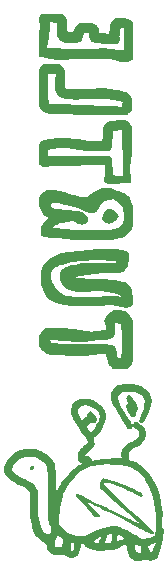
<source format=gbr>
%TF.GenerationSoftware,KiCad,Pcbnew,9.0.3-9.0.3-0~ubuntu24.04.1*%
%TF.CreationDate,2025-10-01T17:01:56-07:00*%
%TF.ProjectId,devboard,64657662-6f61-4726-942e-6b696361645f,rev?*%
%TF.SameCoordinates,Original*%
%TF.FileFunction,Legend,Bot*%
%TF.FilePolarity,Positive*%
%FSLAX46Y46*%
G04 Gerber Fmt 4.6, Leading zero omitted, Abs format (unit mm)*
G04 Created by KiCad (PCBNEW 9.0.3-9.0.3-0~ubuntu24.04.1) date 2025-10-01 17:01:56*
%MOMM*%
%LPD*%
G01*
G04 APERTURE LIST*
%ADD10C,0.000000*%
G04 APERTURE END LIST*
D10*
%TO.C,G\u002A\u002A\u002A*%
G36*
X155558093Y-99834168D02*
G01*
X155706682Y-99897156D01*
X155834461Y-99987988D01*
X155885413Y-100032717D01*
X155942017Y-100076373D01*
X155974119Y-100093257D01*
X155988431Y-100096271D01*
X156037825Y-100131963D01*
X156091173Y-100195098D01*
X156136190Y-100269489D01*
X156160590Y-100338947D01*
X156163772Y-100385504D01*
X156134904Y-100507740D01*
X156053556Y-100639551D01*
X155919659Y-100781065D01*
X155820259Y-100864161D01*
X155648583Y-100972070D01*
X155481147Y-101033244D01*
X155322251Y-101046358D01*
X155176199Y-101010087D01*
X155068866Y-100953068D01*
X154929108Y-100842241D01*
X154830595Y-100712304D01*
X154797238Y-100622918D01*
X154792000Y-100501899D01*
X154825128Y-100358807D01*
X154897476Y-100186934D01*
X154931887Y-100119462D01*
X155019661Y-99975988D01*
X155105787Y-99879444D01*
X155193938Y-99825347D01*
X155260240Y-99807404D01*
X155404133Y-99802944D01*
X155558093Y-99834168D01*
G37*
G36*
X150730063Y-87493067D02*
G01*
X150887950Y-87505540D01*
X151015274Y-87525633D01*
X151151718Y-87564839D01*
X151318120Y-87648358D01*
X151449459Y-87767166D01*
X151550450Y-87925924D01*
X151625808Y-88129295D01*
X151640799Y-88187995D01*
X151653122Y-88254639D01*
X151661706Y-88332372D01*
X151666999Y-88429679D01*
X151669446Y-88555043D01*
X151669492Y-88716949D01*
X151667584Y-88923879D01*
X151666134Y-89113116D01*
X151667107Y-89306266D01*
X151671250Y-89447020D01*
X151678582Y-89535962D01*
X151689123Y-89573676D01*
X151733255Y-89596662D01*
X151829461Y-89619027D01*
X151969689Y-89637122D01*
X152148950Y-89650854D01*
X152362256Y-89660134D01*
X152604619Y-89664870D01*
X152871049Y-89664972D01*
X153156559Y-89660348D01*
X153456159Y-89650907D01*
X153764862Y-89636559D01*
X154077678Y-89617213D01*
X154123497Y-89614009D01*
X154307782Y-89601272D01*
X154467306Y-89591252D01*
X154608524Y-89584498D01*
X154737893Y-89581555D01*
X154861871Y-89582971D01*
X154986913Y-89589293D01*
X155119478Y-89601068D01*
X155266021Y-89618842D01*
X155432999Y-89643163D01*
X155626870Y-89674577D01*
X155854089Y-89713632D01*
X156121114Y-89760874D01*
X156434402Y-89816851D01*
X156540119Y-89837606D01*
X156666729Y-89867179D01*
X156771541Y-89896794D01*
X156838995Y-89922392D01*
X156932033Y-89976201D01*
X157089076Y-90108885D01*
X157204813Y-90274927D01*
X157281271Y-90476869D01*
X157284076Y-90488357D01*
X157300447Y-90590664D01*
X157312217Y-90725882D01*
X157319176Y-90879658D01*
X157321114Y-91037639D01*
X157317820Y-91185471D01*
X157309084Y-91308803D01*
X157294697Y-91393279D01*
X157291652Y-91402617D01*
X157257293Y-91468957D01*
X157203411Y-91544559D01*
X157141775Y-91615634D01*
X157084151Y-91668391D01*
X157042308Y-91689042D01*
X157040063Y-91689251D01*
X157004417Y-91711779D01*
X156958592Y-91760145D01*
X156901896Y-91831249D01*
X156436931Y-91829868D01*
X155110801Y-91825928D01*
X154906090Y-91825220D01*
X154524794Y-91823463D01*
X154120343Y-91821112D01*
X153703692Y-91818256D01*
X153285797Y-91814983D01*
X152877611Y-91811381D01*
X152490091Y-91807537D01*
X152134190Y-91803540D01*
X151820865Y-91799478D01*
X150322024Y-91778349D01*
X150114922Y-91704622D01*
X150070981Y-91688036D01*
X149862210Y-91577843D01*
X149689020Y-91428039D01*
X149550758Y-91237946D01*
X149446775Y-91006883D01*
X149442998Y-90995512D01*
X149433376Y-90960246D01*
X149425296Y-90917044D01*
X149418620Y-90861348D01*
X149413213Y-90788598D01*
X149408940Y-90694234D01*
X149405665Y-90573698D01*
X149403251Y-90422428D01*
X149401564Y-90235867D01*
X149400468Y-90009455D01*
X149399827Y-89738631D01*
X149399561Y-89474811D01*
X150185284Y-89474811D01*
X150185756Y-89664245D01*
X150186756Y-89829912D01*
X150188230Y-89964372D01*
X150190122Y-90060183D01*
X150192378Y-90109906D01*
X150210149Y-90282921D01*
X150232577Y-90484143D01*
X150251966Y-90635194D01*
X150268568Y-90737979D01*
X150282633Y-90794403D01*
X150283283Y-90796107D01*
X150297814Y-90828919D01*
X150317194Y-90856100D01*
X150346293Y-90878251D01*
X150389977Y-90895976D01*
X150453115Y-90909876D01*
X150540574Y-90920556D01*
X150657223Y-90928616D01*
X150807929Y-90934660D01*
X150997559Y-90939290D01*
X151230983Y-90943109D01*
X151513067Y-90946720D01*
X151758615Y-90950294D01*
X152014497Y-90955219D01*
X152262991Y-90961130D01*
X152494870Y-90967760D01*
X152700903Y-90974846D01*
X152871865Y-90982122D01*
X152998525Y-90989325D01*
X153129338Y-90997639D01*
X153311722Y-91007796D01*
X153523941Y-91018535D01*
X153753668Y-91029260D01*
X153988575Y-91039374D01*
X154216334Y-91048280D01*
X154317663Y-91052022D01*
X154699782Y-91066352D01*
X155032396Y-91079239D01*
X155318719Y-91090839D01*
X155561967Y-91101307D01*
X155765353Y-91110798D01*
X155932092Y-91119470D01*
X156065398Y-91127476D01*
X156168486Y-91134974D01*
X156244570Y-91142119D01*
X156296864Y-91149065D01*
X156436931Y-91172370D01*
X156452172Y-91076069D01*
X156455052Y-91058571D01*
X156473083Y-90961804D01*
X156493974Y-90862762D01*
X156500994Y-90828903D01*
X156509941Y-90764300D01*
X156507457Y-90732676D01*
X156501664Y-90728965D01*
X156458053Y-90714775D01*
X156372605Y-90694929D01*
X156243096Y-90668996D01*
X156067303Y-90636544D01*
X155843001Y-90597143D01*
X155567967Y-90550359D01*
X155404991Y-90523160D01*
X155245038Y-90497626D01*
X155116226Y-90479549D01*
X155006693Y-90468000D01*
X154904578Y-90462046D01*
X154798020Y-90460758D01*
X154675158Y-90463205D01*
X154524131Y-90468457D01*
X154453651Y-90471238D01*
X154263944Y-90479792D01*
X154070334Y-90489809D01*
X153891955Y-90500262D01*
X153747946Y-90510123D01*
X153666742Y-90515192D01*
X153517671Y-90521619D01*
X153335230Y-90527204D01*
X153131062Y-90531657D01*
X152916808Y-90534689D01*
X152704110Y-90536013D01*
X152603707Y-90536117D01*
X152396388Y-90535535D01*
X152230583Y-90533407D01*
X152097812Y-90529280D01*
X151989591Y-90522700D01*
X151897438Y-90513211D01*
X151812873Y-90500361D01*
X151727412Y-90483694D01*
X151718006Y-90481692D01*
X151456328Y-90410144D01*
X151241366Y-90316428D01*
X151070051Y-90197877D01*
X150939315Y-90051822D01*
X150846089Y-89875597D01*
X150787303Y-89666534D01*
X150780277Y-89617459D01*
X150771690Y-89490351D01*
X150769065Y-89331432D01*
X150771896Y-89154689D01*
X150779678Y-88974110D01*
X150791906Y-88803681D01*
X150808074Y-88657389D01*
X150827677Y-88549222D01*
X150847733Y-88456702D01*
X150850243Y-88403576D01*
X150835213Y-88382145D01*
X150803281Y-88377532D01*
X150727518Y-88372228D01*
X150621073Y-88367397D01*
X150495996Y-88363693D01*
X150188199Y-88356797D01*
X150185604Y-89186513D01*
X150185394Y-89269051D01*
X150185284Y-89474811D01*
X149399561Y-89474811D01*
X149399505Y-89418838D01*
X149398631Y-87964967D01*
X149477032Y-87851014D01*
X149528610Y-87783434D01*
X149671986Y-87652196D01*
X149853636Y-87553756D01*
X149917560Y-87534471D01*
X150041670Y-87513358D01*
X150197415Y-87498360D01*
X150372356Y-87489778D01*
X150554051Y-87487913D01*
X150730063Y-87493067D01*
G37*
G36*
X156374044Y-108388021D02*
G01*
X156571750Y-108422245D01*
X156747650Y-108473762D01*
X156894620Y-108546064D01*
X157047704Y-108671875D01*
X157173394Y-108840677D01*
X157272861Y-109054107D01*
X157347274Y-109313805D01*
X157356150Y-109355774D01*
X157366358Y-109411400D01*
X157374865Y-109471245D01*
X157381827Y-109540242D01*
X157387396Y-109623322D01*
X157391727Y-109725415D01*
X157394973Y-109851452D01*
X157397289Y-110006364D01*
X157398828Y-110195082D01*
X157399745Y-110422538D01*
X157400193Y-110693661D01*
X157400327Y-111013383D01*
X157400260Y-111241254D01*
X157399680Y-111552009D01*
X157398242Y-111816771D01*
X157395628Y-112040118D01*
X157391524Y-112226623D01*
X157385612Y-112380863D01*
X157377576Y-112507413D01*
X157367100Y-112610847D01*
X157353869Y-112695742D01*
X157337564Y-112766672D01*
X157317871Y-112828213D01*
X157294473Y-112884940D01*
X157267054Y-112941428D01*
X157230898Y-113002005D01*
X157162645Y-113096435D01*
X157087427Y-113185151D01*
X156965805Y-113315174D01*
X156379537Y-113315174D01*
X156349524Y-113315174D01*
X155733243Y-113315174D01*
X155608914Y-113235392D01*
X155586862Y-113221031D01*
X155471009Y-113133790D01*
X155386694Y-113041768D01*
X155316985Y-112927082D01*
X155315692Y-112924552D01*
X155275400Y-112826904D01*
X155232750Y-112693843D01*
X155192312Y-112542426D01*
X155158655Y-112389710D01*
X155136347Y-112252752D01*
X155119324Y-112113723D01*
X154970401Y-112095117D01*
X154845344Y-112086240D01*
X154648476Y-112088668D01*
X154419606Y-112105716D01*
X154169403Y-112136527D01*
X153908536Y-112180247D01*
X153755284Y-112205288D01*
X153497886Y-112234865D01*
X153212371Y-112255946D01*
X152913468Y-112268007D01*
X152615902Y-112270529D01*
X152334400Y-112262988D01*
X152083690Y-112244865D01*
X152030197Y-112239906D01*
X151888608Y-112229364D01*
X151712152Y-112218641D01*
X151513291Y-112208402D01*
X151304490Y-112199317D01*
X151098209Y-112192053D01*
X150911729Y-112185957D01*
X150732425Y-112178698D01*
X150592723Y-112170817D01*
X150485051Y-112161644D01*
X150401836Y-112150512D01*
X150335506Y-112136751D01*
X150278489Y-112119694D01*
X150117027Y-112052065D01*
X149923642Y-111942512D01*
X149743135Y-111811281D01*
X149588854Y-111668267D01*
X149474150Y-111523370D01*
X149469897Y-111516663D01*
X149443586Y-111473262D01*
X149424708Y-111432888D01*
X149412029Y-111386114D01*
X149404316Y-111323515D01*
X149400335Y-111235664D01*
X149398851Y-111113136D01*
X149398631Y-110946503D01*
X149398631Y-110924757D01*
X150392581Y-110924757D01*
X150392815Y-110927813D01*
X150406991Y-111025983D01*
X150433700Y-111081651D01*
X150477778Y-111105049D01*
X150519262Y-111113196D01*
X150603978Y-111129834D01*
X150716549Y-111151944D01*
X150843942Y-111176966D01*
X150933541Y-111192536D01*
X151098471Y-111213545D01*
X151297368Y-111230808D01*
X151533015Y-111244417D01*
X151808193Y-111254466D01*
X152125684Y-111261047D01*
X152488270Y-111264252D01*
X152898732Y-111264175D01*
X153359853Y-111260909D01*
X153374590Y-111260763D01*
X153724772Y-111257259D01*
X154025996Y-111254289D01*
X154282659Y-111251966D01*
X154499158Y-111250403D01*
X154679892Y-111249715D01*
X154829259Y-111250015D01*
X154951657Y-111251418D01*
X155051482Y-111254036D01*
X155133134Y-111257984D01*
X155201010Y-111263376D01*
X155259507Y-111270325D01*
X155313024Y-111278945D01*
X155365959Y-111289350D01*
X155422709Y-111301653D01*
X155487672Y-111315970D01*
X155525891Y-111324437D01*
X155678913Y-111362993D01*
X155786551Y-111400801D01*
X155855342Y-111441487D01*
X155891822Y-111488675D01*
X155902530Y-111545989D01*
X155903280Y-111555268D01*
X155919992Y-111614477D01*
X155951765Y-111687468D01*
X155966495Y-111724428D01*
X155991903Y-111817031D01*
X156016171Y-111935917D01*
X156035592Y-112064416D01*
X156070182Y-112344791D01*
X156220148Y-112386531D01*
X156286311Y-112403741D01*
X156350872Y-112417338D01*
X156379537Y-112418848D01*
X156389307Y-112393948D01*
X156401945Y-112316479D01*
X156414071Y-112191349D01*
X156425469Y-112021898D01*
X156435923Y-111811467D01*
X156445217Y-111563399D01*
X156453133Y-111281033D01*
X156457813Y-111064417D01*
X156460730Y-110850378D01*
X156460622Y-110669696D01*
X156457234Y-110511504D01*
X156450316Y-110364938D01*
X156439615Y-110219133D01*
X156424880Y-110063225D01*
X156412429Y-109947096D01*
X156395652Y-109806069D01*
X156379845Y-109689198D01*
X156366348Y-109606195D01*
X156356497Y-109566776D01*
X156355958Y-109565807D01*
X156316399Y-109539144D01*
X156228577Y-109514353D01*
X156089858Y-109490683D01*
X156031711Y-109482746D01*
X155934253Y-109470955D01*
X155865448Y-109464704D01*
X155837436Y-109465215D01*
X155836330Y-109479336D01*
X155838748Y-109537218D01*
X155845361Y-109628708D01*
X155855405Y-109742045D01*
X155857964Y-109769287D01*
X155873845Y-109982854D01*
X155877575Y-110153656D01*
X155869062Y-110290127D01*
X155848214Y-110400703D01*
X155820731Y-110469651D01*
X155748714Y-110580851D01*
X155652185Y-110686608D01*
X155545307Y-110769669D01*
X155482416Y-110801386D01*
X155334662Y-110847649D01*
X155145610Y-110880819D01*
X154922280Y-110899819D01*
X154671686Y-110903575D01*
X154544040Y-110903035D01*
X154291106Y-110913644D01*
X154082509Y-110940877D01*
X153724993Y-110996460D01*
X153284785Y-111037566D01*
X152824197Y-111054448D01*
X152358048Y-111046613D01*
X151901160Y-111013567D01*
X151811734Y-111004904D01*
X151670652Y-110992129D01*
X151502136Y-110977515D01*
X151320074Y-110962263D01*
X151138357Y-110947575D01*
X151136243Y-110947407D01*
X150966389Y-110933648D01*
X150807505Y-110920215D01*
X150670193Y-110908048D01*
X150565054Y-110898085D01*
X150502688Y-110891266D01*
X150494388Y-110890190D01*
X150426943Y-110884965D01*
X150397431Y-110895142D01*
X150392581Y-110924757D01*
X149398631Y-110924757D01*
X149398631Y-110488628D01*
X149477259Y-110381710D01*
X149502274Y-110349996D01*
X149566929Y-110282084D01*
X149624023Y-110238327D01*
X149673752Y-110199910D01*
X149709816Y-110145926D01*
X149713119Y-110136662D01*
X149766811Y-110058360D01*
X149861631Y-109979343D01*
X149987461Y-109908270D01*
X150017402Y-109895325D01*
X150086796Y-109873387D01*
X150172506Y-109858342D01*
X150286930Y-109848375D01*
X150442466Y-109841672D01*
X150567319Y-109840855D01*
X150734457Y-109844659D01*
X150931863Y-109852522D01*
X151150230Y-109863798D01*
X151380249Y-109877836D01*
X151612613Y-109893991D01*
X151838014Y-109911612D01*
X152047145Y-109930053D01*
X152230698Y-109948666D01*
X152379366Y-109966801D01*
X152483840Y-109983812D01*
X152557986Y-109998166D01*
X152693218Y-110022027D01*
X152853269Y-110048372D01*
X153028438Y-110075785D01*
X153209022Y-110102853D01*
X153385320Y-110128160D01*
X153547629Y-110150294D01*
X153686248Y-110167839D01*
X153791474Y-110179380D01*
X153853606Y-110183505D01*
X153860394Y-110183375D01*
X153927950Y-110178219D01*
X154036729Y-110166425D01*
X154176766Y-110149209D01*
X154338095Y-110127787D01*
X154510749Y-110103373D01*
X154558511Y-110096415D01*
X154718467Y-110073159D01*
X154857123Y-110053071D01*
X154966562Y-110037294D01*
X155038868Y-110026970D01*
X155066123Y-110023241D01*
X155067342Y-110019411D01*
X155070140Y-109977406D01*
X155072085Y-109898903D01*
X155072814Y-109796222D01*
X155071839Y-109716933D01*
X155064558Y-109614730D01*
X155047943Y-109541453D01*
X155019384Y-109481733D01*
X155015237Y-109474682D01*
X154980263Y-109391062D01*
X154965854Y-109311107D01*
X154965873Y-109307878D01*
X154974431Y-109231954D01*
X154994513Y-109146968D01*
X155020184Y-109073660D01*
X155045508Y-109032772D01*
X155057093Y-109020563D01*
X155092749Y-108973677D01*
X155138639Y-108907931D01*
X155184332Y-108838862D01*
X155219398Y-108782007D01*
X155233404Y-108752904D01*
X155244915Y-108728905D01*
X155290005Y-108677624D01*
X155358193Y-108613762D01*
X155437594Y-108547638D01*
X155516322Y-108489567D01*
X155582492Y-108449867D01*
X155631536Y-108429517D01*
X155783278Y-108391838D01*
X155966489Y-108372544D01*
X156167850Y-108371363D01*
X156374044Y-108388021D01*
G37*
G36*
X150461059Y-83285415D02*
G01*
X150570411Y-83285518D01*
X150811014Y-83286356D01*
X151006301Y-83288825D01*
X151162153Y-83293940D01*
X151284449Y-83302711D01*
X151379071Y-83316151D01*
X151451898Y-83335272D01*
X151508810Y-83361085D01*
X151555688Y-83394602D01*
X151598413Y-83436836D01*
X151642863Y-83488799D01*
X151692971Y-83557622D01*
X151746807Y-83666417D01*
X151782177Y-83796939D01*
X151801571Y-83959409D01*
X151807482Y-84164047D01*
X151808816Y-84262074D01*
X151814961Y-84409353D01*
X151824960Y-84543432D01*
X151837551Y-84644153D01*
X151867620Y-84816820D01*
X152111892Y-84797807D01*
X152165050Y-84793137D01*
X152269236Y-84780663D01*
X152347753Y-84766740D01*
X152386712Y-84753603D01*
X152395723Y-84742158D01*
X152418049Y-84686235D01*
X152435344Y-84607809D01*
X152471290Y-84449937D01*
X152533997Y-84312365D01*
X152625319Y-84204696D01*
X152748740Y-84125334D01*
X152907745Y-84072681D01*
X153105818Y-84045142D01*
X153346444Y-84041120D01*
X153633108Y-84059018D01*
X153685452Y-84063975D01*
X153889458Y-84088335D01*
X154049221Y-84117800D01*
X154172286Y-84154501D01*
X154266199Y-84200566D01*
X154338504Y-84258125D01*
X154359207Y-84280994D01*
X154427715Y-84402427D01*
X154469713Y-84565887D01*
X154483984Y-84767108D01*
X154483984Y-84908505D01*
X154932298Y-84946455D01*
X155380612Y-84984405D01*
X155412994Y-84596313D01*
X155426899Y-84446977D01*
X155453639Y-84240215D01*
X155487318Y-84076250D01*
X155530404Y-83948456D01*
X155585362Y-83850208D01*
X155654659Y-83774880D01*
X155740761Y-83715848D01*
X155802332Y-83688697D01*
X155949726Y-83653950D01*
X156143180Y-83636651D01*
X156379716Y-83636998D01*
X156656358Y-83655187D01*
X156690882Y-83658492D01*
X156878316Y-83683199D01*
X157023966Y-83717800D01*
X157137741Y-83766333D01*
X157229547Y-83832838D01*
X157309291Y-83921352D01*
X157401370Y-84041945D01*
X157401370Y-85578593D01*
X157401370Y-87115242D01*
X157314538Y-87194551D01*
X157287046Y-87218038D01*
X157133872Y-87307889D01*
X156943827Y-87363538D01*
X156721666Y-87383471D01*
X156692084Y-87383460D01*
X156611803Y-87379917D01*
X156563775Y-87377797D01*
X156432295Y-87361282D01*
X156286014Y-87331650D01*
X156113302Y-87286638D01*
X155902530Y-87223980D01*
X155739705Y-87174709D01*
X155567777Y-87127305D01*
X155419684Y-87094563D01*
X155280646Y-87074474D01*
X155135884Y-87065030D01*
X154970619Y-87064222D01*
X154770070Y-87070040D01*
X154760735Y-87070390D01*
X154624230Y-87074978D01*
X154444183Y-87080295D01*
X154229789Y-87086107D01*
X153990243Y-87092180D01*
X153734741Y-87098281D01*
X153472477Y-87104175D01*
X153212646Y-87109630D01*
X152903547Y-87116623D01*
X152583933Y-87125973D01*
X152312217Y-87136608D01*
X152085348Y-87148669D01*
X151900276Y-87162300D01*
X151753952Y-87177642D01*
X151710906Y-87182893D01*
X151504371Y-87202514D01*
X151311581Y-87212176D01*
X151151739Y-87210822D01*
X151098904Y-87206735D01*
X150978854Y-87192746D01*
X150827501Y-87171208D01*
X150653268Y-87143681D01*
X150464577Y-87111725D01*
X150269850Y-87076898D01*
X150077510Y-87040762D01*
X149895980Y-87004876D01*
X149733681Y-86970799D01*
X149599037Y-86940091D01*
X149500469Y-86914312D01*
X149446400Y-86895021D01*
X149434323Y-86887487D01*
X149421692Y-86873027D01*
X149412320Y-86847710D01*
X149405894Y-86805441D01*
X149402103Y-86740124D01*
X149400634Y-86645666D01*
X149401175Y-86515972D01*
X149403414Y-86344947D01*
X149407039Y-86126498D01*
X149408147Y-86073705D01*
X150097474Y-86073705D01*
X150107599Y-86112186D01*
X150141360Y-86134413D01*
X150157217Y-86138219D01*
X150222928Y-86147126D01*
X150326140Y-86157295D01*
X150456350Y-86167746D01*
X150603056Y-86177499D01*
X150627799Y-86178993D01*
X150811932Y-86190647D01*
X151008795Y-86203873D01*
X151196330Y-86217155D01*
X151352477Y-86228978D01*
X151387329Y-86231544D01*
X151541701Y-86239845D01*
X151736241Y-86246751D01*
X151963141Y-86252259D01*
X152214594Y-86256366D01*
X152482795Y-86259070D01*
X152759937Y-86260369D01*
X153038214Y-86260260D01*
X153309818Y-86258740D01*
X153566943Y-86255808D01*
X153801783Y-86251460D01*
X154006532Y-86245695D01*
X154173383Y-86238510D01*
X154294529Y-86229902D01*
X154368248Y-86223390D01*
X154607345Y-86209989D01*
X154856534Y-86206139D01*
X155103195Y-86211413D01*
X155334707Y-86225380D01*
X155538446Y-86247613D01*
X155701792Y-86277683D01*
X155801767Y-86297568D01*
X155946822Y-86318708D01*
X156107522Y-86336246D01*
X156263857Y-86347688D01*
X156611803Y-86365535D01*
X156610575Y-85567910D01*
X156610491Y-85519537D01*
X156609920Y-85313286D01*
X156609060Y-85120399D01*
X156607968Y-84948908D01*
X156606702Y-84806848D01*
X156605322Y-84702251D01*
X156603884Y-84643151D01*
X156598420Y-84516017D01*
X156452425Y-84516017D01*
X156369373Y-84517500D01*
X156323822Y-84527226D01*
X156302899Y-84553095D01*
X156292040Y-84603004D01*
X156288043Y-84628156D01*
X156270828Y-84762204D01*
X156257331Y-84908853D01*
X156248215Y-85054970D01*
X156244145Y-85187420D01*
X156245785Y-85293072D01*
X156253801Y-85358792D01*
X156257236Y-85372230D01*
X156262047Y-85505312D01*
X156214804Y-85635993D01*
X156116817Y-85760428D01*
X156111390Y-85765715D01*
X156049871Y-85821003D01*
X155995733Y-85852406D01*
X155928675Y-85868070D01*
X155828392Y-85876140D01*
X155770417Y-85877738D01*
X155643248Y-85875473D01*
X155497206Y-85867808D01*
X155353731Y-85855667D01*
X155309806Y-85851151D01*
X155160166Y-85836303D01*
X154982559Y-85819254D01*
X154795576Y-85801772D01*
X154617809Y-85785627D01*
X154526890Y-85776889D01*
X154370639Y-85759058D01*
X154229979Y-85739652D01*
X154117510Y-85720482D01*
X154045831Y-85703362D01*
X153948066Y-85660590D01*
X153814644Y-85557932D01*
X153713710Y-85419320D01*
X153649813Y-85251728D01*
X153627503Y-85062129D01*
X153627503Y-84921885D01*
X153440037Y-84912998D01*
X153252570Y-84904110D01*
X153210460Y-85051318D01*
X153192551Y-85108172D01*
X153154237Y-85209086D01*
X153116894Y-85287042D01*
X153111256Y-85297099D01*
X153078719Y-85372488D01*
X153065438Y-85435260D01*
X153063938Y-85449001D01*
X153038587Y-85512699D01*
X152991834Y-85581081D01*
X152917841Y-85642616D01*
X152783270Y-85703430D01*
X152602681Y-85748051D01*
X152379032Y-85775788D01*
X152115280Y-85785950D01*
X152071210Y-85785992D01*
X151889152Y-85781781D01*
X151747359Y-85768709D01*
X151635162Y-85744654D01*
X151541894Y-85707497D01*
X151456888Y-85655118D01*
X151447135Y-85648202D01*
X151360422Y-85591760D01*
X151277144Y-85544131D01*
X151190771Y-85481112D01*
X151098229Y-85377505D01*
X151018835Y-85253331D01*
X150964953Y-85125178D01*
X150960825Y-85110574D01*
X150947192Y-85044610D01*
X150938898Y-84962879D01*
X150935588Y-84855975D01*
X150936908Y-84714494D01*
X150942505Y-84529032D01*
X150959288Y-84064992D01*
X150868158Y-84049560D01*
X150854928Y-84047352D01*
X150775217Y-84034563D01*
X150666926Y-84017672D01*
X150549526Y-83999726D01*
X150322024Y-83965324D01*
X150331976Y-84193832D01*
X150334887Y-84316493D01*
X150331730Y-84524769D01*
X150320449Y-84751095D01*
X150302157Y-84985247D01*
X150277968Y-85216997D01*
X150248994Y-85436122D01*
X150216350Y-85632394D01*
X150181149Y-85795589D01*
X150144505Y-85915480D01*
X150111138Y-86008138D01*
X150097474Y-86073705D01*
X149408147Y-86073705D01*
X149410927Y-85941199D01*
X149416766Y-85735516D01*
X149423749Y-85542952D01*
X149431461Y-85373609D01*
X149439485Y-85237590D01*
X149447407Y-85144995D01*
X149448979Y-85131049D01*
X149471630Y-84852750D01*
X149482537Y-84544674D01*
X149481343Y-84228182D01*
X149467693Y-83924637D01*
X149458548Y-83785080D01*
X149454460Y-83684801D01*
X149456733Y-83612520D01*
X149466569Y-83555488D01*
X149485169Y-83500956D01*
X149513735Y-83436175D01*
X149583024Y-83284827D01*
X150461059Y-83285415D01*
G37*
G36*
X156736733Y-92283483D02*
G01*
X156740517Y-92283933D01*
X156860481Y-92315895D01*
X156976228Y-92375082D01*
X156983995Y-92380367D01*
X157088142Y-92468617D01*
X157170697Y-92577672D01*
X157233044Y-92712705D01*
X157276565Y-92878891D01*
X157302644Y-93081406D01*
X157312665Y-93325425D01*
X157308011Y-93616123D01*
X157304962Y-93705886D01*
X157299488Y-93893306D01*
X157293961Y-94111496D01*
X157288712Y-94346103D01*
X157284075Y-94582776D01*
X157280383Y-94807166D01*
X157279038Y-94893544D01*
X157274222Y-95123855D01*
X157267860Y-95312792D01*
X157259379Y-95469495D01*
X157248200Y-95603106D01*
X157233749Y-95722767D01*
X157215449Y-95837619D01*
X157205588Y-95897361D01*
X157175637Y-96159937D01*
X157162515Y-96437028D01*
X157166738Y-96707037D01*
X157188825Y-96948367D01*
X157196747Y-97004592D01*
X157218281Y-97165646D01*
X157231378Y-97284731D01*
X157236263Y-97370238D01*
X157233161Y-97430559D01*
X157222298Y-97474083D01*
X157203900Y-97509203D01*
X157189122Y-97531180D01*
X157147726Y-97582466D01*
X157100912Y-97617157D01*
X157039111Y-97637497D01*
X156952756Y-97645732D01*
X156832278Y-97644103D01*
X156668109Y-97634857D01*
X156579981Y-97629379D01*
X156554681Y-97627807D01*
X156436834Y-97622326D01*
X156353634Y-97622303D01*
X156294243Y-97628349D01*
X156247826Y-97641077D01*
X156203546Y-97661098D01*
X156190560Y-97667283D01*
X156071067Y-97699523D01*
X155904690Y-97710533D01*
X155690673Y-97700320D01*
X155428261Y-97668893D01*
X155313698Y-97650506D01*
X155184547Y-97622226D01*
X155090068Y-97588245D01*
X155019095Y-97544192D01*
X154960465Y-97485693D01*
X154926160Y-97414890D01*
X154913531Y-97311062D01*
X154926858Y-97199817D01*
X154965854Y-97101619D01*
X154975304Y-97085251D01*
X154997434Y-97032602D01*
X155010857Y-96965864D01*
X155017498Y-96871916D01*
X155019284Y-96737639D01*
X155018955Y-96680315D01*
X155015688Y-96527590D01*
X155009672Y-96377234D01*
X155001831Y-96254824D01*
X154984378Y-96048357D01*
X154754255Y-96063330D01*
X154746447Y-96063837D01*
X154604529Y-96072923D01*
X154453008Y-96082423D01*
X154323394Y-96090361D01*
X154323206Y-96090372D01*
X154250197Y-96093588D01*
X154131137Y-96097427D01*
X153973469Y-96101711D01*
X153784637Y-96106259D01*
X153572083Y-96110893D01*
X153343252Y-96115434D01*
X153105585Y-96119701D01*
X153079307Y-96120150D01*
X152850026Y-96124326D01*
X152636355Y-96128655D01*
X152444612Y-96132978D01*
X152281116Y-96137136D01*
X152152187Y-96140969D01*
X152064144Y-96144318D01*
X152023305Y-96147023D01*
X152009028Y-96148415D01*
X151942599Y-96151550D01*
X151835232Y-96154612D01*
X151695594Y-96157413D01*
X151532354Y-96159766D01*
X151354180Y-96161483D01*
X151332583Y-96161663D01*
X151125121Y-96165249D01*
X150908736Y-96171890D01*
X150699041Y-96180922D01*
X150511648Y-96191685D01*
X150362171Y-96203516D01*
X150320524Y-96207429D01*
X150171171Y-96219559D01*
X150033771Y-96228011D01*
X149922073Y-96232048D01*
X149849830Y-96230936D01*
X149781193Y-96220217D01*
X149652627Y-96178468D01*
X149534957Y-96116280D01*
X149449499Y-96043626D01*
X149438700Y-96028851D01*
X149426980Y-96003851D01*
X149417891Y-95967171D01*
X149411092Y-95912835D01*
X149406242Y-95834863D01*
X149403001Y-95727277D01*
X149401028Y-95584097D01*
X149399982Y-95399345D01*
X149399774Y-95294615D01*
X150183669Y-95294615D01*
X150188826Y-95333185D01*
X150201290Y-95344932D01*
X150222198Y-95338620D01*
X150236460Y-95336108D01*
X150300344Y-95331992D01*
X150409766Y-95328151D01*
X150559690Y-95324664D01*
X150745080Y-95321607D01*
X150960899Y-95319059D01*
X151202111Y-95317097D01*
X151463680Y-95315798D01*
X151740570Y-95315241D01*
X152046106Y-95314624D01*
X152379434Y-95313107D01*
X152719951Y-95310794D01*
X153057538Y-95307788D01*
X153382075Y-95304189D01*
X153683442Y-95300100D01*
X153951519Y-95295621D01*
X154176186Y-95290854D01*
X154374864Y-95286464D01*
X154592531Y-95282746D01*
X154792006Y-95280475D01*
X154966227Y-95279679D01*
X155108130Y-95280388D01*
X155210654Y-95282630D01*
X155266733Y-95286434D01*
X155282713Y-95289087D01*
X155419204Y-95337758D01*
X155523600Y-95428894D01*
X155597275Y-95563645D01*
X155607208Y-95592976D01*
X155621002Y-95649640D01*
X155631715Y-95722211D01*
X155639924Y-95818215D01*
X155646203Y-95945175D01*
X155651129Y-96110617D01*
X155655276Y-96322064D01*
X155665805Y-96953716D01*
X156015527Y-96971416D01*
X156023500Y-96971822D01*
X156165652Y-96980015D01*
X156297478Y-96989221D01*
X156404594Y-96998344D01*
X156472615Y-97006284D01*
X156579981Y-97023453D01*
X156556185Y-96932380D01*
X156555077Y-96927311D01*
X156548959Y-96868932D01*
X156543371Y-96766111D01*
X156538540Y-96626584D01*
X156534692Y-96458087D01*
X156532053Y-96268355D01*
X156530849Y-96065122D01*
X156529890Y-95899096D01*
X156526512Y-95644852D01*
X156521113Y-95382396D01*
X156514080Y-95127163D01*
X156505800Y-94894588D01*
X156496659Y-94700106D01*
X156487130Y-94500156D01*
X156478992Y-94269010D01*
X156473292Y-94035898D01*
X156470478Y-93819275D01*
X156470994Y-93637594D01*
X156471946Y-93550109D01*
X156471460Y-93385998D01*
X156467698Y-93258941D01*
X156460877Y-93174409D01*
X156451212Y-93137872D01*
X156443779Y-93132860D01*
X156386387Y-93125034D01*
X156290622Y-93135677D01*
X156275591Y-93138223D01*
X156175851Y-93151831D01*
X156050849Y-93165278D01*
X155924020Y-93175988D01*
X155691243Y-93192452D01*
X155692006Y-93397596D01*
X155688791Y-93514306D01*
X155677844Y-93661564D01*
X155661709Y-93790095D01*
X155656841Y-93822923D01*
X155643969Y-93950234D01*
X155635582Y-94097119D01*
X155633304Y-94237976D01*
X155626948Y-94407859D01*
X155594533Y-94582396D01*
X155533155Y-94716750D01*
X155440930Y-94814732D01*
X155315976Y-94880151D01*
X155305059Y-94883307D01*
X155231957Y-94893857D01*
X155115226Y-94901981D01*
X154962674Y-94907741D01*
X154782111Y-94911201D01*
X154581344Y-94912423D01*
X154368182Y-94911471D01*
X154150433Y-94908407D01*
X153935906Y-94903294D01*
X153732408Y-94896195D01*
X153547748Y-94887174D01*
X153389734Y-94876294D01*
X153266176Y-94863616D01*
X153030079Y-94832501D01*
X152751343Y-94794844D01*
X152512301Y-94761290D01*
X152305193Y-94730743D01*
X152122259Y-94702109D01*
X151971914Y-94683226D01*
X151793647Y-94670193D01*
X151597743Y-94663142D01*
X151391315Y-94661687D01*
X151181475Y-94665444D01*
X150975335Y-94674027D01*
X150780009Y-94687053D01*
X150602607Y-94704135D01*
X150450244Y-94724890D01*
X150330031Y-94748933D01*
X150249081Y-94775877D01*
X150214506Y-94805340D01*
X150211710Y-94822540D01*
X150205507Y-94886140D01*
X150198248Y-94982176D01*
X150190990Y-95097545D01*
X150190739Y-95101937D01*
X150184685Y-95220455D01*
X150183669Y-95294615D01*
X149399774Y-95294615D01*
X149399521Y-95167043D01*
X149398631Y-94349258D01*
X149479302Y-94222053D01*
X149521683Y-94161300D01*
X149570338Y-94110766D01*
X149632342Y-94069571D01*
X149717447Y-94032596D01*
X149835406Y-93994720D01*
X149995970Y-93950824D01*
X150158236Y-93911075D01*
X150370675Y-93869007D01*
X150588821Y-93838469D01*
X150824530Y-93818213D01*
X151089658Y-93806993D01*
X151396059Y-93803561D01*
X151460230Y-93803627D01*
X151644777Y-93804903D01*
X151802300Y-93808574D01*
X151946114Y-93815642D01*
X152089534Y-93827108D01*
X152245875Y-93843973D01*
X152428452Y-93867240D01*
X152650580Y-93897909D01*
X152757082Y-93912530D01*
X153219312Y-93967465D01*
X153675699Y-94008421D01*
X154111326Y-94034231D01*
X154511277Y-94043724D01*
X154766073Y-94044363D01*
X154811989Y-93676344D01*
X154812024Y-93676069D01*
X154830651Y-93514213D01*
X154847441Y-93345521D01*
X154860553Y-93189946D01*
X154868148Y-93067440D01*
X154879352Y-92931222D01*
X154919328Y-92752214D01*
X154990435Y-92612321D01*
X155097034Y-92506201D01*
X155243483Y-92428513D01*
X155434142Y-92373914D01*
X155439761Y-92372763D01*
X155540418Y-92356651D01*
X155678313Y-92340256D01*
X155842143Y-92324362D01*
X156020604Y-92309755D01*
X156202393Y-92297219D01*
X156376204Y-92287540D01*
X156530733Y-92281500D01*
X156654678Y-92279887D01*
X156736733Y-92283483D01*
G37*
G36*
X155383869Y-98042956D02*
G01*
X155483463Y-98051470D01*
X155569371Y-98066220D01*
X155657348Y-98090840D01*
X155763149Y-98128964D01*
X155902530Y-98184227D01*
X155923922Y-98192822D01*
X156053724Y-98243938D01*
X156170001Y-98288092D01*
X156260761Y-98320810D01*
X156314012Y-98337624D01*
X156389164Y-98361799D01*
X156511322Y-98413930D01*
X156649286Y-98482807D01*
X156787463Y-98560543D01*
X156910261Y-98639250D01*
X156966512Y-98680435D01*
X157041362Y-98747111D01*
X157101276Y-98822814D01*
X157152802Y-98918370D01*
X157202489Y-99044606D01*
X157256885Y-99212348D01*
X157282320Y-99296003D01*
X157319279Y-99423856D01*
X157347616Y-99536541D01*
X157368478Y-99643874D01*
X157383013Y-99755666D01*
X157392366Y-99881732D01*
X157397686Y-100031884D01*
X157400119Y-100215937D01*
X157400813Y-100443703D01*
X157400816Y-100555896D01*
X157400079Y-100747740D01*
X157397973Y-100897275D01*
X157394047Y-101012017D01*
X157387851Y-101099485D01*
X157378935Y-101167197D01*
X157366849Y-101222668D01*
X157351144Y-101273419D01*
X157275066Y-101467070D01*
X157151315Y-101697678D01*
X157003244Y-101885105D01*
X156826186Y-102033904D01*
X156615476Y-102148623D01*
X156366446Y-102233815D01*
X156271343Y-102259512D01*
X156143776Y-102294718D01*
X156036355Y-102325112D01*
X156023940Y-102328667D01*
X155912999Y-102357458D01*
X155797097Y-102381442D01*
X155670843Y-102400922D01*
X155528843Y-102416198D01*
X155365707Y-102427573D01*
X155176041Y-102435348D01*
X154954455Y-102439823D01*
X154695556Y-102441301D01*
X154393951Y-102440083D01*
X154044250Y-102436470D01*
X153810374Y-102433449D01*
X153804474Y-102433373D01*
X153459578Y-102428465D01*
X153160294Y-102423471D01*
X152901739Y-102418191D01*
X152679032Y-102412428D01*
X152487292Y-102405985D01*
X152321638Y-102398662D01*
X152177188Y-102390262D01*
X152049061Y-102380587D01*
X151932376Y-102369438D01*
X151822251Y-102356619D01*
X151713805Y-102341930D01*
X151621142Y-102330081D01*
X151448496Y-102312465D01*
X151251825Y-102296367D01*
X151048858Y-102283187D01*
X150857324Y-102274325D01*
X150697350Y-102267706D01*
X150542781Y-102259196D01*
X150410644Y-102249769D01*
X150311301Y-102240166D01*
X150255111Y-102231131D01*
X150243015Y-102227982D01*
X150162808Y-102210090D01*
X150054124Y-102188745D01*
X149936883Y-102167907D01*
X149837585Y-102148235D01*
X149707438Y-102105958D01*
X149621378Y-102048831D01*
X149573831Y-101972492D01*
X149559221Y-101872584D01*
X149559607Y-101846957D01*
X149564734Y-101780595D01*
X149573920Y-101746910D01*
X149575690Y-101743724D01*
X149583302Y-101701298D01*
X149590029Y-101622606D01*
X149594585Y-101521638D01*
X149610772Y-101360921D01*
X149664898Y-101188030D01*
X149759958Y-101037394D01*
X149760011Y-101037329D01*
X149794638Y-100993325D01*
X149840254Y-100933642D01*
X149908428Y-100848286D01*
X150035290Y-100719301D01*
X150170302Y-100622765D01*
X150220008Y-100590934D01*
X150255520Y-100560613D01*
X150252033Y-100548718D01*
X150224136Y-100541213D01*
X150156280Y-100506786D01*
X150067973Y-100451932D01*
X149971571Y-100384948D01*
X149879432Y-100314133D01*
X149803915Y-100247786D01*
X149757456Y-100195729D01*
X149670324Y-100065089D01*
X149584494Y-99897233D01*
X149504960Y-99702454D01*
X149436717Y-99491044D01*
X149429751Y-99458959D01*
X150452521Y-99458959D01*
X150464434Y-99558039D01*
X150514094Y-99648578D01*
X150599114Y-99716535D01*
X150604472Y-99719274D01*
X150630729Y-99732434D01*
X150656868Y-99743642D01*
X150688226Y-99753640D01*
X150730138Y-99763174D01*
X150787941Y-99772988D01*
X150866972Y-99783825D01*
X150972569Y-99796429D01*
X151110066Y-99811545D01*
X151284802Y-99829916D01*
X151502113Y-99852286D01*
X151767335Y-99879400D01*
X151865454Y-99889471D01*
X152144476Y-99918860D01*
X152377547Y-99945083D01*
X152570282Y-99969244D01*
X152728294Y-99992448D01*
X152857197Y-100015799D01*
X152962607Y-100040403D01*
X153050137Y-100067364D01*
X153125401Y-100097787D01*
X153194014Y-100132777D01*
X153261590Y-100173438D01*
X153307108Y-100204156D01*
X153445310Y-100326331D01*
X153540706Y-100461991D01*
X153589799Y-100604987D01*
X153589090Y-100749169D01*
X153576934Y-100789261D01*
X153518154Y-100884844D01*
X153427166Y-100978117D01*
X153317624Y-101058323D01*
X153203179Y-101114705D01*
X153097487Y-101136504D01*
X153055502Y-101134790D01*
X152922173Y-101112485D01*
X152768421Y-101068825D01*
X152611976Y-101009374D01*
X152470570Y-100939700D01*
X152269592Y-100825168D01*
X151800252Y-100898927D01*
X151686787Y-100917001D01*
X151470232Y-100954011D01*
X151293890Y-100989733D01*
X151148843Y-101027612D01*
X151026174Y-101071090D01*
X150916968Y-101123614D01*
X150812308Y-101188626D01*
X150703276Y-101269571D01*
X150580955Y-101369894D01*
X150491941Y-101444890D01*
X150915518Y-101447754D01*
X150947916Y-101448088D01*
X151134694Y-101453454D01*
X151333325Y-101463906D01*
X151522017Y-101478105D01*
X151678982Y-101494711D01*
X151700197Y-101497431D01*
X151966894Y-101526620D01*
X152262078Y-101549954D01*
X152589883Y-101567575D01*
X152954444Y-101579621D01*
X153359896Y-101586233D01*
X153810374Y-101587550D01*
X154310011Y-101583713D01*
X154341354Y-101583330D01*
X154658431Y-101578937D01*
X154927668Y-101573871D01*
X155154283Y-101567627D01*
X155343492Y-101559702D01*
X155500513Y-101549593D01*
X155630563Y-101536795D01*
X155738858Y-101520805D01*
X155830615Y-101501119D01*
X155911051Y-101477234D01*
X155985383Y-101448645D01*
X156058828Y-101414849D01*
X156127520Y-101376054D01*
X156246321Y-101290500D01*
X156362104Y-101188406D01*
X156459974Y-101083379D01*
X156525032Y-100989024D01*
X156528059Y-100983097D01*
X156570552Y-100876738D01*
X156598459Y-100750693D01*
X156612553Y-100596813D01*
X156613607Y-100406950D01*
X156602392Y-100172954D01*
X156599180Y-100125665D01*
X156584169Y-99944865D01*
X156565985Y-99805460D01*
X156541894Y-99697541D01*
X156509167Y-99611197D01*
X156465072Y-99536520D01*
X156406877Y-99463598D01*
X156393160Y-99448477D01*
X156281767Y-99346121D01*
X156139394Y-99239918D01*
X155982976Y-99141616D01*
X155829446Y-99062965D01*
X155662686Y-98989048D01*
X155426462Y-99034931D01*
X155248675Y-99077861D01*
X155056515Y-99143093D01*
X154888119Y-99220280D01*
X154758370Y-99303439D01*
X154673772Y-99386459D01*
X154578766Y-99526060D01*
X154490376Y-99712619D01*
X154448267Y-99802845D01*
X154352232Y-99950351D01*
X154239920Y-100064713D01*
X154120240Y-100135749D01*
X154067234Y-100152091D01*
X153905070Y-100167246D01*
X153711308Y-100142721D01*
X153488553Y-100078986D01*
X153239411Y-99976513D01*
X153045227Y-99888855D01*
X152732067Y-99760327D01*
X152417313Y-99648596D01*
X152087983Y-99549551D01*
X151731091Y-99459080D01*
X151333654Y-99373073D01*
X151130465Y-99333139D01*
X150949038Y-99300628D01*
X150808137Y-99280059D01*
X150701749Y-99270939D01*
X150623860Y-99272779D01*
X150568457Y-99285086D01*
X150529526Y-99307369D01*
X150480743Y-99365374D01*
X150452521Y-99458959D01*
X149429751Y-99458959D01*
X149423168Y-99428635D01*
X149408941Y-99297297D01*
X149407534Y-99156481D01*
X149413111Y-99085558D01*
X149459996Y-98872106D01*
X149547069Y-98670503D01*
X149668124Y-98490606D01*
X149816958Y-98342272D01*
X149987364Y-98235357D01*
X150018578Y-98221762D01*
X150083869Y-98200650D01*
X150160162Y-98188280D01*
X150261598Y-98182853D01*
X150402319Y-98182569D01*
X150522782Y-98185135D01*
X150715151Y-98196812D01*
X150897808Y-98219877D01*
X151085406Y-98256931D01*
X151292595Y-98310574D01*
X151534028Y-98383405D01*
X151611448Y-98407602D01*
X151827064Y-98472461D01*
X152052024Y-98536930D01*
X152278762Y-98599101D01*
X152499711Y-98657065D01*
X152707305Y-98708913D01*
X152893976Y-98752737D01*
X153052159Y-98786627D01*
X153174287Y-98808675D01*
X153252793Y-98816973D01*
X153347404Y-98810655D01*
X153516208Y-98759012D01*
X153671846Y-98657248D01*
X153720576Y-98617687D01*
X153788093Y-98567651D01*
X153856862Y-98517777D01*
X153989136Y-98412467D01*
X154035472Y-98380235D01*
X154121260Y-98328823D01*
X154226989Y-98270086D01*
X154337353Y-98212250D01*
X154437042Y-98163540D01*
X154510749Y-98132183D01*
X154554090Y-98117337D01*
X154765921Y-98064236D01*
X154998867Y-98038185D01*
X155266374Y-98037498D01*
X155383869Y-98042956D01*
G37*
G36*
X155225045Y-103187312D02*
G01*
X155527819Y-103196050D01*
X155551971Y-103196855D01*
X155795145Y-103206032D01*
X155994823Y-103216042D01*
X156160219Y-103227643D01*
X156300542Y-103241592D01*
X156425006Y-103258649D01*
X156542822Y-103279570D01*
X156635168Y-103297990D01*
X156739775Y-103321298D01*
X156812735Y-103343744D01*
X156866702Y-103370674D01*
X156914329Y-103407437D01*
X156968270Y-103459379D01*
X157087989Y-103579098D01*
X157072138Y-103917158D01*
X157067538Y-103998603D01*
X157040598Y-104247139D01*
X156993696Y-104456594D01*
X156923421Y-104636358D01*
X156826364Y-104795824D01*
X156699112Y-104944383D01*
X156614420Y-105021787D01*
X156513428Y-105098978D01*
X156424447Y-105152998D01*
X156423126Y-105153640D01*
X156386300Y-105170829D01*
X156349872Y-105184797D01*
X156307851Y-105196015D01*
X156254244Y-105204952D01*
X156183063Y-105212079D01*
X156088316Y-105217865D01*
X155964011Y-105222782D01*
X155804159Y-105227298D01*
X155602768Y-105231885D01*
X155353847Y-105237012D01*
X155185020Y-105240783D01*
X154965383Y-105246759D01*
X154761673Y-105253481D01*
X154581407Y-105260644D01*
X154432107Y-105267940D01*
X154321292Y-105275064D01*
X154256481Y-105281709D01*
X154235223Y-105285144D01*
X154122220Y-105303837D01*
X153987233Y-105326655D01*
X153855006Y-105349426D01*
X153812361Y-105356583D01*
X153681116Y-105376844D01*
X153520178Y-105399960D01*
X153346036Y-105423604D01*
X153175180Y-105445445D01*
X153042064Y-105462628D01*
X152884332Y-105486474D01*
X152764286Y-105510276D01*
X152672547Y-105535993D01*
X152599732Y-105565583D01*
X152463225Y-105631660D01*
X152690728Y-105634233D01*
X152709835Y-105634530D01*
X152837297Y-105639865D01*
X152959397Y-105649817D01*
X153052055Y-105662503D01*
X153074792Y-105666060D01*
X153160843Y-105675083D01*
X153286327Y-105684818D01*
X153441454Y-105694619D01*
X153616434Y-105703843D01*
X153801476Y-105711844D01*
X153891089Y-105715299D01*
X154282149Y-105730763D01*
X154623325Y-105744980D01*
X154917608Y-105758126D01*
X155167991Y-105770373D01*
X155377464Y-105781896D01*
X155549021Y-105792868D01*
X155685653Y-105803464D01*
X155790350Y-105813857D01*
X155866106Y-105824222D01*
X155915912Y-105834731D01*
X155972597Y-105848889D01*
X156093319Y-105872580D01*
X156210327Y-105889144D01*
X156295332Y-105899232D01*
X156558174Y-105949594D01*
X156775339Y-106024658D01*
X156948610Y-106125168D01*
X157079769Y-106251868D01*
X157186721Y-106420912D01*
X157276292Y-106633537D01*
X157343726Y-106877240D01*
X157386273Y-107142040D01*
X157401183Y-107417961D01*
X157399988Y-107506380D01*
X157385862Y-107687153D01*
X157353505Y-107830747D01*
X157300016Y-107947376D01*
X157222496Y-108047251D01*
X157181111Y-108083088D01*
X157059334Y-108141284D01*
X156902071Y-108169020D01*
X156715310Y-108166161D01*
X156505037Y-108132577D01*
X156277240Y-108068136D01*
X156145334Y-108029120D01*
X155947154Y-107990238D01*
X155724404Y-107968494D01*
X155470453Y-107963588D01*
X155178666Y-107975219D01*
X154842409Y-108003086D01*
X154812821Y-108005998D01*
X154686001Y-108017524D01*
X154563748Y-108026615D01*
X154438803Y-108033408D01*
X154303906Y-108038040D01*
X154151796Y-108040649D01*
X154065950Y-108041000D01*
X153975214Y-108041371D01*
X153766898Y-108040343D01*
X153519590Y-108037702D01*
X153226028Y-108033586D01*
X153174555Y-108032803D01*
X152891849Y-108028134D01*
X152655381Y-108023382D01*
X152458888Y-108018241D01*
X152296111Y-108012402D01*
X152160790Y-108005557D01*
X152046662Y-107997399D01*
X151947470Y-107987620D01*
X151856950Y-107975913D01*
X151768844Y-107961969D01*
X151576942Y-107926749D01*
X151242752Y-107850399D01*
X150955137Y-107762452D01*
X150710117Y-107661780D01*
X150520634Y-107567163D01*
X150355376Y-107472271D01*
X150223132Y-107378016D01*
X150114425Y-107276621D01*
X150019779Y-107160309D01*
X149929718Y-107021303D01*
X149817703Y-106817709D01*
X149727916Y-106610663D01*
X149669560Y-106409542D01*
X149637389Y-106199605D01*
X149633941Y-106163574D01*
X149619066Y-106012286D01*
X149603331Y-105857370D01*
X149589617Y-105727293D01*
X149587047Y-105703544D01*
X149575925Y-105598895D01*
X149567276Y-105514623D01*
X149567217Y-105514001D01*
X150432429Y-105514001D01*
X150471325Y-105713910D01*
X150473121Y-105720393D01*
X150506617Y-105832287D01*
X150541521Y-105935459D01*
X150570557Y-106008325D01*
X150603934Y-106073246D01*
X150696475Y-106223129D01*
X150816473Y-106390565D01*
X150955304Y-106563870D01*
X151104338Y-106731358D01*
X151125791Y-106753958D01*
X151281992Y-106904519D01*
X151428292Y-107016489D01*
X151577035Y-107098143D01*
X151740570Y-107157755D01*
X151750493Y-107160398D01*
X151834772Y-107174639D01*
X151968052Y-107188670D01*
X152146513Y-107202286D01*
X152366335Y-107215283D01*
X152623697Y-107227453D01*
X152914779Y-107238591D01*
X153235759Y-107248491D01*
X153582818Y-107256949D01*
X153663204Y-107258617D01*
X153884853Y-107262398D01*
X154065950Y-107263708D01*
X154216319Y-107262249D01*
X154345781Y-107257721D01*
X154464158Y-107249825D01*
X154581273Y-107238262D01*
X154706948Y-107222734D01*
X154819110Y-107209413D01*
X155136300Y-107184555D01*
X155474360Y-107173923D01*
X155811006Y-107177925D01*
X156123956Y-107196963D01*
X156385530Y-107220738D01*
X156361844Y-107156709D01*
X156354459Y-107141277D01*
X156327972Y-107111875D01*
X156281611Y-107083842D01*
X156209892Y-107055448D01*
X156107335Y-107024964D01*
X155968457Y-106990660D01*
X155787777Y-106950807D01*
X155559811Y-106903675D01*
X155368990Y-106866199D01*
X155114472Y-106821712D01*
X154888466Y-106790892D01*
X154677285Y-106772686D01*
X154467241Y-106766038D01*
X154244645Y-106769894D01*
X153995810Y-106783200D01*
X153979241Y-106784298D01*
X153696037Y-106802471D01*
X153458967Y-106816276D01*
X153261190Y-106825879D01*
X153095869Y-106831447D01*
X152956164Y-106833147D01*
X152835237Y-106831145D01*
X152726249Y-106825609D01*
X152622361Y-106816704D01*
X152605639Y-106814952D01*
X152291845Y-106760501D01*
X152012989Y-106669442D01*
X151770794Y-106543114D01*
X151566981Y-106382857D01*
X151403273Y-106190014D01*
X151281391Y-105965922D01*
X151203058Y-105711924D01*
X151198154Y-105687088D01*
X151180139Y-105457008D01*
X151213820Y-105239292D01*
X151298982Y-105035462D01*
X151315289Y-105007305D01*
X151375763Y-104920968D01*
X151447303Y-104855443D01*
X151549650Y-104791517D01*
X151566153Y-104782510D01*
X151727858Y-104709615D01*
X151933199Y-104638322D01*
X152173372Y-104570701D01*
X152439574Y-104508823D01*
X152723002Y-104454758D01*
X153014853Y-104410576D01*
X153306323Y-104378348D01*
X153384906Y-104374139D01*
X153512956Y-104371245D01*
X153679442Y-104369855D01*
X153876700Y-104369847D01*
X154097066Y-104371099D01*
X154332876Y-104373488D01*
X154576466Y-104376893D01*
X154820173Y-104381192D01*
X155056333Y-104386262D01*
X155277282Y-104391983D01*
X155475356Y-104398231D01*
X155642891Y-104404885D01*
X155772224Y-104411823D01*
X155855691Y-104418923D01*
X155982825Y-104434579D01*
X155982825Y-104328462D01*
X155982825Y-104222345D01*
X155855691Y-104204918D01*
X155818172Y-104200973D01*
X155724550Y-104193818D01*
X155592777Y-104185456D01*
X155431941Y-104176419D01*
X155251130Y-104167236D01*
X155059432Y-104158439D01*
X155007800Y-104156282D01*
X154674706Y-104146255D01*
X154345612Y-104142706D01*
X154030365Y-104145462D01*
X153738812Y-104154352D01*
X153480800Y-104169203D01*
X153266176Y-104189842D01*
X153209705Y-104196360D01*
X153083344Y-104209401D01*
X152927153Y-104224244D01*
X152755729Y-104239520D01*
X152583668Y-104253861D01*
X152115280Y-104291375D01*
X151457156Y-104508963D01*
X151236997Y-104582522D01*
X151056483Y-104645612D01*
X150914696Y-104700119D01*
X150805363Y-104749701D01*
X150722209Y-104798013D01*
X150658962Y-104848711D01*
X150609346Y-104905452D01*
X150567089Y-104971893D01*
X150525917Y-105051689D01*
X150480593Y-105156497D01*
X150435081Y-105333497D01*
X150432429Y-105514001D01*
X149567217Y-105514001D01*
X149562795Y-105467144D01*
X149562708Y-105465941D01*
X149565369Y-105398256D01*
X149577645Y-105293222D01*
X149597020Y-105165214D01*
X149620977Y-105028607D01*
X149647001Y-104897775D01*
X149672574Y-104787093D01*
X149695180Y-104710936D01*
X149726489Y-104644071D01*
X149784564Y-104556432D01*
X149871525Y-104451437D01*
X149993674Y-104320851D01*
X150001342Y-104312973D01*
X150104330Y-104210892D01*
X150203908Y-104118273D01*
X150289065Y-104045032D01*
X150348789Y-104001084D01*
X150381317Y-103981195D01*
X150439958Y-103943071D01*
X150469231Y-103920594D01*
X150471393Y-103918341D01*
X150512809Y-103891838D01*
X150591279Y-103851310D01*
X150695632Y-103801794D01*
X150814692Y-103748325D01*
X150937286Y-103695938D01*
X151052240Y-103649667D01*
X151148381Y-103614550D01*
X151314903Y-103562439D01*
X151509265Y-103512123D01*
X151714686Y-103471099D01*
X151941772Y-103437577D01*
X152201132Y-103409765D01*
X152503373Y-103385875D01*
X152534291Y-103383662D01*
X152699113Y-103370029D01*
X152898175Y-103351292D01*
X153116117Y-103329009D01*
X153337581Y-103304737D01*
X153547208Y-103280033D01*
X153811203Y-103248730D01*
X154063018Y-103222222D01*
X154291263Y-103202948D01*
X154508762Y-103190364D01*
X154728342Y-103183926D01*
X154962828Y-103183090D01*
X155225045Y-103187312D01*
G37*
G36*
X148900928Y-121558599D02*
G01*
X148989780Y-121591009D01*
X149024160Y-121683252D01*
X149020426Y-121767542D01*
X148952349Y-121875239D01*
X148899714Y-121903673D01*
X148785226Y-121903169D01*
X148702228Y-121827401D01*
X148679894Y-121695604D01*
X148689539Y-121639699D01*
X148737429Y-121572786D01*
X148851120Y-121556822D01*
X148900928Y-121558599D01*
G37*
G36*
X157130582Y-115564116D02*
G01*
X157178696Y-115599382D01*
X157277987Y-115711477D01*
X157398876Y-115875190D01*
X157525410Y-116067198D01*
X157641636Y-116264175D01*
X157731600Y-116442798D01*
X157765068Y-116520387D01*
X157803004Y-116635203D01*
X157798116Y-116715025D01*
X157752723Y-116798951D01*
X157697392Y-116927831D01*
X157671283Y-117089116D01*
X157646697Y-117231064D01*
X157583397Y-117352102D01*
X157513463Y-117406103D01*
X157367033Y-117438264D01*
X157222997Y-117397399D01*
X157121558Y-117289002D01*
X157102621Y-117249174D01*
X156968260Y-116964084D01*
X156874829Y-116754837D01*
X156818824Y-116605897D01*
X156796738Y-116501729D01*
X156805064Y-116426796D01*
X156840298Y-116365562D01*
X156898933Y-116302493D01*
X157006012Y-116195414D01*
X156901431Y-115984037D01*
X156886369Y-115952702D01*
X156831279Y-115791192D01*
X156844646Y-115683353D01*
X156871722Y-115642108D01*
X156990639Y-115559657D01*
X157130582Y-115564116D01*
G37*
G36*
X155000829Y-122629380D02*
G01*
X155177948Y-122674358D01*
X155420345Y-122746985D01*
X155711009Y-122841298D01*
X156032931Y-122951333D01*
X156369102Y-123071126D01*
X156702513Y-123194714D01*
X157016154Y-123316133D01*
X157293016Y-123429420D01*
X157516090Y-123528610D01*
X157756219Y-123644684D01*
X157973042Y-123758984D01*
X158113545Y-123850196D01*
X158188492Y-123927084D01*
X158208646Y-123998408D01*
X158184770Y-124072930D01*
X158168453Y-124100544D01*
X158117999Y-124148713D01*
X158044254Y-124157602D01*
X157931164Y-124123228D01*
X157762676Y-124041612D01*
X157522737Y-123908773D01*
X157300720Y-123789215D01*
X157000309Y-123642357D01*
X156676244Y-123496697D01*
X156343156Y-123357650D01*
X156015677Y-123230632D01*
X155708436Y-123121058D01*
X155436065Y-123034345D01*
X155213195Y-122975907D01*
X155054455Y-122951161D01*
X154974477Y-122965523D01*
X154961998Y-122979827D01*
X154948692Y-123052720D01*
X155005805Y-123165729D01*
X155022070Y-123187464D01*
X155111691Y-123288666D01*
X155258904Y-123443492D01*
X155450901Y-123639343D01*
X155674872Y-123863622D01*
X155918010Y-124103728D01*
X156167507Y-124347062D01*
X156410554Y-124581026D01*
X156634343Y-124793020D01*
X156826065Y-124970445D01*
X156972913Y-125100703D01*
X157069424Y-125184679D01*
X157245956Y-125342752D01*
X157459293Y-125537341D01*
X157698138Y-125757792D01*
X157951193Y-125993451D01*
X158207160Y-126233665D01*
X158454744Y-126467781D01*
X158682645Y-126685145D01*
X158879567Y-126875102D01*
X159034213Y-127027000D01*
X159135286Y-127130185D01*
X159171487Y-127174003D01*
X159155664Y-127213574D01*
X159091047Y-127294434D01*
X159059099Y-127320884D01*
X159004844Y-127335428D01*
X158921916Y-127317496D01*
X158789472Y-127261628D01*
X158586668Y-127162367D01*
X158513004Y-127124952D01*
X158285178Y-127005942D01*
X158007654Y-126857704D01*
X157708910Y-126695525D01*
X157417423Y-126534695D01*
X157304815Y-126472593D01*
X156958314Y-126286754D01*
X156572295Y-126085657D01*
X156186238Y-125889703D01*
X155839623Y-125719297D01*
X155342489Y-125480460D01*
X154875901Y-125256773D01*
X154489299Y-125072106D01*
X154175799Y-124923249D01*
X153928519Y-124806992D01*
X153740577Y-124720126D01*
X153605090Y-124659441D01*
X153515175Y-124621728D01*
X153463950Y-124603776D01*
X153444533Y-124602378D01*
X153450656Y-124615355D01*
X153513830Y-124687032D01*
X153634115Y-124809567D01*
X153798966Y-124970345D01*
X153995836Y-125156751D01*
X154159691Y-125312147D01*
X154359742Y-125513630D01*
X154488762Y-125664907D01*
X154552804Y-125774792D01*
X154557922Y-125852101D01*
X154510169Y-125905647D01*
X154478928Y-125913245D01*
X154364552Y-125902307D01*
X154213504Y-125865129D01*
X154064429Y-125812266D01*
X153955976Y-125754275D01*
X153923156Y-125711108D01*
X153912834Y-125606488D01*
X153913719Y-125602006D01*
X153896038Y-125539748D01*
X153826485Y-125437787D01*
X153698793Y-125288755D01*
X153506695Y-125085285D01*
X153243926Y-124820008D01*
X153101187Y-124676456D01*
X152869065Y-124434258D01*
X152695780Y-124240441D01*
X152587376Y-124101922D01*
X152549898Y-124025621D01*
X152566028Y-123943178D01*
X152641880Y-123889848D01*
X152772108Y-123913995D01*
X152948094Y-124015831D01*
X152976087Y-124035097D01*
X153149256Y-124138609D01*
X153411217Y-124278768D01*
X153756616Y-124452917D01*
X154180101Y-124658402D01*
X154676320Y-124892567D01*
X155239919Y-125152758D01*
X155291868Y-125176665D01*
X155540753Y-125293660D01*
X155851522Y-125442585D01*
X156200044Y-125611748D01*
X156562192Y-125789453D01*
X156913838Y-125964008D01*
X157102248Y-126057658D01*
X157390586Y-126198888D01*
X157639126Y-126318040D01*
X157834744Y-126408947D01*
X157964313Y-126465441D01*
X158014709Y-126481353D01*
X158014112Y-126471622D01*
X157961953Y-126404827D01*
X157845358Y-126286530D01*
X157675509Y-126127067D01*
X157463589Y-125936771D01*
X157220781Y-125725978D01*
X156958268Y-125505022D01*
X156770853Y-125348331D01*
X156493443Y-125112645D01*
X156196863Y-124857232D01*
X155895139Y-124594454D01*
X155602295Y-124336673D01*
X155332355Y-124096251D01*
X155099343Y-123885550D01*
X154917285Y-123716932D01*
X154800204Y-123602758D01*
X154715024Y-123511063D01*
X154634783Y-123397758D01*
X154600504Y-123279592D01*
X154593279Y-123111696D01*
X154598145Y-123005110D01*
X154650897Y-122793686D01*
X154758471Y-122662410D01*
X154916923Y-122617311D01*
X155000829Y-122629380D01*
G37*
G36*
X155113334Y-117570611D02*
G01*
X155026534Y-117835054D01*
X154877962Y-118158104D01*
X154815150Y-118281328D01*
X154658903Y-118560817D01*
X154512916Y-118772317D01*
X154360609Y-118937889D01*
X154185404Y-119079590D01*
X154108103Y-119138348D01*
X154065027Y-119199929D01*
X154065213Y-119288351D01*
X154099976Y-119440278D01*
X154111238Y-119487913D01*
X154134049Y-119690263D01*
X154093966Y-119855465D01*
X153979998Y-120008873D01*
X153781157Y-120175842D01*
X153649356Y-120283568D01*
X153505566Y-120423968D01*
X153413471Y-120541545D01*
X153320016Y-120703258D01*
X153471158Y-120703258D01*
X153586666Y-120723089D01*
X153735606Y-120797441D01*
X153849507Y-120903812D01*
X153894909Y-121017400D01*
X153894693Y-121057168D01*
X153903160Y-121092633D01*
X153938797Y-121107821D01*
X154020333Y-121103589D01*
X154166495Y-121080792D01*
X154396010Y-121040285D01*
X154461700Y-121029704D01*
X154698310Y-121000281D01*
X154995307Y-120972021D01*
X155321235Y-120947699D01*
X155644640Y-120930092D01*
X156469767Y-120894816D01*
X156402101Y-120732868D01*
X156384295Y-120686921D01*
X156362797Y-120582314D01*
X156377125Y-120462644D01*
X156429767Y-120287904D01*
X156462125Y-120203105D01*
X156639012Y-119919577D01*
X156902333Y-119691370D01*
X157250236Y-119520218D01*
X157305051Y-119498878D01*
X157551966Y-119365878D01*
X157750185Y-119198660D01*
X157882059Y-119015071D01*
X157929939Y-118832956D01*
X157926828Y-118784956D01*
X157891490Y-118678759D01*
X157804568Y-118556850D01*
X157650908Y-118395468D01*
X157508512Y-118259850D01*
X157419267Y-118189712D01*
X157370322Y-118178340D01*
X157346742Y-118216972D01*
X157293395Y-118306513D01*
X157189527Y-118399630D01*
X157173627Y-118409700D01*
X157071310Y-118451139D01*
X156975818Y-118435225D01*
X156875083Y-118352598D01*
X156757038Y-118193895D01*
X156609615Y-117949756D01*
X156586588Y-117909628D01*
X156433182Y-117644469D01*
X156266295Y-117358825D01*
X156118178Y-117107942D01*
X156116904Y-117105801D01*
X155908838Y-116743891D01*
X155737533Y-116421137D01*
X155608456Y-116149058D01*
X155527077Y-115939180D01*
X155498863Y-115803022D01*
X155502163Y-115723029D01*
X155564482Y-115424559D01*
X155693740Y-115142554D01*
X155874139Y-114905393D01*
X156089878Y-114741453D01*
X156273501Y-114675094D01*
X156548651Y-114624717D01*
X156866187Y-114601125D01*
X157195386Y-114605101D01*
X157505526Y-114637424D01*
X157765884Y-114698875D01*
X158081739Y-114827527D01*
X158406088Y-115014101D01*
X158667971Y-115228404D01*
X158853794Y-115459006D01*
X158949959Y-115694474D01*
X158954718Y-115720185D01*
X158969703Y-116021839D01*
X158927654Y-116378475D01*
X158834319Y-116765672D01*
X158695450Y-117159008D01*
X158516797Y-117534061D01*
X158422903Y-117692774D01*
X158293729Y-117858355D01*
X158175954Y-117934904D01*
X158061577Y-117929369D01*
X158025479Y-117913548D01*
X157943502Y-117842617D01*
X157921160Y-117732344D01*
X157958274Y-117567535D01*
X158054670Y-117333001D01*
X158156934Y-117092194D01*
X158281223Y-116722678D01*
X158356272Y-116383267D01*
X158380252Y-116088093D01*
X158351333Y-115851289D01*
X158267688Y-115686988D01*
X158193883Y-115625177D01*
X158051700Y-115530560D01*
X157881011Y-115432348D01*
X157846693Y-115414166D01*
X157711450Y-115347947D01*
X157591312Y-115306140D01*
X157456642Y-115283174D01*
X157277804Y-115273480D01*
X157025162Y-115271486D01*
X156471120Y-115271486D01*
X156295234Y-115447372D01*
X156272394Y-115470781D01*
X156155267Y-115630190D01*
X156119348Y-115784653D01*
X156130430Y-115886748D01*
X156189177Y-116100368D01*
X156286972Y-116347150D01*
X156410743Y-116595650D01*
X156547419Y-116814425D01*
X156562620Y-116835868D01*
X156679615Y-117010889D01*
X156816283Y-117227623D01*
X156946112Y-117444195D01*
X156980434Y-117503000D01*
X157092768Y-117691396D01*
X157189653Y-117848237D01*
X157253186Y-117944365D01*
X157335031Y-118056551D01*
X157442473Y-117923577D01*
X157493213Y-117870012D01*
X157593971Y-117820396D01*
X157715396Y-117839338D01*
X157872176Y-117930887D01*
X158079002Y-118099093D01*
X158197011Y-118209449D01*
X158373213Y-118425229D01*
X158469650Y-118645123D01*
X158498982Y-118893067D01*
X158487532Y-119029940D01*
X158387757Y-119311400D01*
X158185682Y-119580931D01*
X157881678Y-119838102D01*
X157476115Y-120082484D01*
X157252118Y-120216288D01*
X157087731Y-120365110D01*
X157022171Y-120510809D01*
X157053160Y-120656479D01*
X157085961Y-120758987D01*
X157091548Y-120907852D01*
X157088516Y-120930583D01*
X157091242Y-120999952D01*
X157132258Y-121051195D01*
X157231741Y-121100568D01*
X157409868Y-121164327D01*
X157642507Y-121255646D01*
X158001706Y-121457158D01*
X158334065Y-121730498D01*
X158660241Y-122090974D01*
X158715430Y-122160294D01*
X159022109Y-122588599D01*
X159270979Y-123026100D01*
X159472227Y-123496012D01*
X159636037Y-124021544D01*
X159772596Y-124625910D01*
X159797424Y-124755710D01*
X159846347Y-125035842D01*
X159876469Y-125270596D01*
X159890598Y-125497114D01*
X159891544Y-125752537D01*
X159882115Y-126074004D01*
X159874472Y-126320306D01*
X159872888Y-126371368D01*
X159871399Y-126588374D01*
X159878734Y-126729695D01*
X159895634Y-126809270D01*
X159922839Y-126841039D01*
X159979891Y-126877947D01*
X160024526Y-126993043D01*
X159990695Y-127157170D01*
X159977392Y-127199437D01*
X159946915Y-127350583D01*
X159917688Y-127558214D01*
X159894552Y-127790427D01*
X159863249Y-128059627D01*
X159861979Y-128066322D01*
X159798147Y-128402780D01*
X159710766Y-128732114D01*
X159608126Y-129025259D01*
X159497248Y-129259844D01*
X159385153Y-129413501D01*
X159337821Y-129454369D01*
X159124131Y-129563630D01*
X158888237Y-129590004D01*
X158663423Y-129528203D01*
X158568706Y-129485037D01*
X158482376Y-129471914D01*
X158372402Y-129492776D01*
X158202356Y-129549290D01*
X158058426Y-129594083D01*
X157766488Y-129634977D01*
X157516199Y-129586451D01*
X157293875Y-129444278D01*
X157085833Y-129204227D01*
X157028871Y-129113075D01*
X156942094Y-128898320D01*
X156882980Y-128614193D01*
X156878118Y-128581799D01*
X156849071Y-128400138D01*
X156824861Y-128267277D01*
X156810310Y-128210039D01*
X156806723Y-128208933D01*
X156741063Y-128230255D01*
X156612427Y-128288130D01*
X156444120Y-128372233D01*
X156165565Y-128502566D01*
X155752911Y-128639248D01*
X155307955Y-128717397D01*
X154800204Y-128743907D01*
X154597850Y-128743423D01*
X154374588Y-128734222D01*
X154191278Y-128710075D01*
X154010815Y-128665477D01*
X153796094Y-128594923D01*
X153758968Y-128581868D01*
X153553970Y-128504257D01*
X153424342Y-128439615D01*
X153348845Y-128375057D01*
X153306239Y-128297695D01*
X153299286Y-128280099D01*
X153227364Y-128179892D01*
X153148718Y-128161934D01*
X157567821Y-128161934D01*
X157567821Y-128408919D01*
X157591356Y-128621483D01*
X157675038Y-128792208D01*
X157766481Y-128878653D01*
X157928906Y-128928513D01*
X158007263Y-128923609D01*
X158056092Y-128891465D01*
X158079879Y-128806693D01*
X158093278Y-128643921D01*
X158097751Y-128497934D01*
X158083289Y-128391480D01*
X158043835Y-128359399D01*
X158021214Y-128356416D01*
X157937839Y-128329683D01*
X158668596Y-128329683D01*
X158669100Y-128340182D01*
X158696727Y-128417641D01*
X158731822Y-128497934D01*
X158751673Y-128543352D01*
X158770067Y-128583381D01*
X158841402Y-128743529D01*
X158894403Y-128869441D01*
X158932243Y-128936451D01*
X158976033Y-128940247D01*
X159028898Y-128867048D01*
X159096303Y-128709092D01*
X159183714Y-128458619D01*
X159313775Y-128066322D01*
X158996908Y-128193219D01*
X158838573Y-128257285D01*
X158718652Y-128307105D01*
X158668596Y-128329683D01*
X157937839Y-128329683D01*
X157913122Y-128321758D01*
X157772247Y-128260702D01*
X157567821Y-128161934D01*
X153148718Y-128161934D01*
X153107600Y-128152545D01*
X153025511Y-128159159D01*
X152974479Y-128204472D01*
X152963178Y-128320672D01*
X152962794Y-128343039D01*
X152961854Y-128397710D01*
X152929867Y-128674957D01*
X152846496Y-128898481D01*
X152700064Y-129103006D01*
X152649573Y-129157988D01*
X152483372Y-129296641D01*
X152321023Y-129357571D01*
X152293909Y-129361422D01*
X152065936Y-129356805D01*
X151853919Y-129295920D01*
X151698695Y-129189777D01*
X151684198Y-129174479D01*
X151624271Y-129131033D01*
X151538474Y-129109357D01*
X151401129Y-129105785D01*
X151186561Y-129116649D01*
X151147939Y-129119072D01*
X150936709Y-129127216D01*
X150787434Y-129117340D01*
X150664575Y-129084367D01*
X150532596Y-129023220D01*
X150451928Y-128975244D01*
X150251904Y-128789622D01*
X150117379Y-128557546D01*
X150091042Y-128426848D01*
X152110526Y-128426848D01*
X152111027Y-128500682D01*
X152120817Y-128652784D01*
X152147593Y-128732406D01*
X152197223Y-128762254D01*
X152234006Y-128763394D01*
X152319249Y-128702741D01*
X152374832Y-128558340D01*
X152394705Y-128343039D01*
X152386637Y-128196013D01*
X152353101Y-128118765D01*
X152316661Y-128100814D01*
X154993158Y-128100814D01*
X155260282Y-128100814D01*
X155527406Y-128100814D01*
X155577727Y-127781237D01*
X156028021Y-127781237D01*
X156028849Y-127898406D01*
X156048020Y-127942800D01*
X156056965Y-127941677D01*
X156152816Y-127913058D01*
X156297227Y-127857849D01*
X156453707Y-127791421D01*
X156585766Y-127729139D01*
X156656912Y-127686373D01*
X156647477Y-127649932D01*
X156562006Y-127581887D01*
X156412634Y-127498866D01*
X156273023Y-127434626D01*
X156153340Y-127388830D01*
X156098301Y-127380381D01*
X156094870Y-127388930D01*
X156086597Y-127409543D01*
X156062852Y-127518435D01*
X156038460Y-127674970D01*
X156028021Y-127781237D01*
X155577727Y-127781237D01*
X155586437Y-127725924D01*
X155590499Y-127699807D01*
X155615452Y-127520211D01*
X155628628Y-127388930D01*
X155627238Y-127332804D01*
X155618876Y-127329744D01*
X155538270Y-127331347D01*
X155405744Y-127348916D01*
X155338990Y-127361087D01*
X155256550Y-127389256D01*
X155201147Y-127446469D01*
X155154372Y-127556229D01*
X155133355Y-127625281D01*
X155097819Y-127742036D01*
X154993158Y-128100814D01*
X152316661Y-128100814D01*
X152280569Y-128083034D01*
X152204618Y-128070601D01*
X152138651Y-128080969D01*
X152125909Y-128129103D01*
X152114895Y-128255228D01*
X152110526Y-128426848D01*
X150091042Y-128426848D01*
X150067040Y-128307739D01*
X150067035Y-128307102D01*
X150058043Y-128204537D01*
X150045369Y-128179747D01*
X150760616Y-128179747D01*
X150765981Y-128310282D01*
X150804600Y-128371946D01*
X150890157Y-128403059D01*
X151050128Y-128411201D01*
X151134728Y-128408072D01*
X151268887Y-128387783D01*
X151337059Y-128354871D01*
X151352363Y-128320852D01*
X151388928Y-128212943D01*
X151431276Y-128070005D01*
X151462412Y-127954221D01*
X154050102Y-127954221D01*
X154076241Y-127984501D01*
X154166497Y-128023836D01*
X154248490Y-128047268D01*
X154373677Y-128082620D01*
X154431054Y-128083704D01*
X154497709Y-128013852D01*
X154498723Y-128010993D01*
X154541952Y-127895438D01*
X154598277Y-127751629D01*
X154607400Y-127728159D01*
X154639265Y-127625281D01*
X154637522Y-127583503D01*
X154578480Y-127606576D01*
X154464770Y-127669229D01*
X154326388Y-127753425D01*
X154308388Y-127765165D01*
X154192022Y-127841061D01*
X154090364Y-127914028D01*
X154050102Y-127954221D01*
X151462412Y-127954221D01*
X151470148Y-127925453D01*
X151496288Y-127812701D01*
X151500437Y-127765165D01*
X151470132Y-127743086D01*
X151378515Y-127672011D01*
X151248960Y-127569625D01*
X151008511Y-127378294D01*
X150930876Y-127572323D01*
X150870388Y-127734693D01*
X150797140Y-127980180D01*
X150760616Y-128179747D01*
X150045369Y-128179747D01*
X150019249Y-128128654D01*
X149929773Y-128055071D01*
X149768735Y-127959408D01*
X149476679Y-127777331D01*
X149253834Y-127588209D01*
X149088896Y-127371201D01*
X148962821Y-127101117D01*
X148856564Y-126752764D01*
X148800890Y-126527150D01*
X148684679Y-125920728D01*
X148634177Y-125372925D01*
X148647778Y-124869263D01*
X148674968Y-124526763D01*
X148686676Y-124202432D01*
X148675314Y-123957501D01*
X148640231Y-123780164D01*
X148580772Y-123658613D01*
X148566831Y-123640107D01*
X148513549Y-123579636D01*
X148443706Y-123522091D01*
X148341725Y-123458440D01*
X148192027Y-123379652D01*
X147979034Y-123276695D01*
X147687169Y-123140538D01*
X147328937Y-122945848D01*
X147016532Y-122717936D01*
X146764212Y-122470354D01*
X146581951Y-122214673D01*
X146479721Y-121962467D01*
X146474341Y-121858083D01*
X147169858Y-121858083D01*
X147178104Y-121903686D01*
X147254664Y-122034410D01*
X147394531Y-122184165D01*
X147576785Y-122334779D01*
X147780504Y-122468079D01*
X147984766Y-122565894D01*
X148244839Y-122671272D01*
X148667634Y-122889600D01*
X148990062Y-123129338D01*
X149212802Y-123391042D01*
X149336533Y-123675271D01*
X149339244Y-123686236D01*
X149386198Y-124014230D01*
X149385631Y-124382022D01*
X149337499Y-124739382D01*
X149321372Y-124849875D01*
X149314669Y-125101517D01*
X149332737Y-125405055D01*
X149371706Y-125738300D01*
X149427705Y-126079061D01*
X149496865Y-126405148D01*
X149575315Y-126694369D01*
X149659184Y-126924536D01*
X149744602Y-127073456D01*
X149764616Y-127095900D01*
X149909301Y-127222900D01*
X150072202Y-127327601D01*
X150271512Y-127429282D01*
X150303561Y-127301589D01*
X150338694Y-127209736D01*
X150405935Y-127115532D01*
X150427264Y-127091359D01*
X150453157Y-126961682D01*
X150413964Y-126754359D01*
X150309966Y-126471283D01*
X150285452Y-126410617D01*
X150263052Y-126342189D01*
X150244704Y-126261618D01*
X150234150Y-126188339D01*
X151101426Y-126188339D01*
X151101426Y-126517938D01*
X151413533Y-126821453D01*
X151536651Y-126934645D01*
X151574557Y-126961682D01*
X151920127Y-127208164D01*
X152328282Y-127383525D01*
X152767496Y-127463754D01*
X152884660Y-127470422D01*
X153316444Y-127452807D01*
X153694100Y-127360781D01*
X154035626Y-127190465D01*
X154315880Y-127023908D01*
X154597687Y-126893066D01*
X154897452Y-126798557D01*
X155257894Y-126724079D01*
X155507593Y-126686275D01*
X155783400Y-126666633D01*
X156030398Y-126685134D01*
X156277042Y-126746986D01*
X156551785Y-126857399D01*
X156883080Y-127021580D01*
X157116545Y-127146819D01*
X157375191Y-127292150D01*
X157604075Y-127427214D01*
X157771844Y-127533936D01*
X157980089Y-127659791D01*
X158057975Y-127686373D01*
X158165252Y-127722986D01*
X158363919Y-127728176D01*
X158616180Y-127682410D01*
X158790632Y-127628455D01*
X158987114Y-127544623D01*
X159155595Y-127451736D01*
X159260031Y-127367426D01*
X159261441Y-127365552D01*
X159286780Y-127279078D01*
X159308304Y-127110787D01*
X159325344Y-126881208D01*
X159337231Y-126610871D01*
X159343295Y-126320306D01*
X159342866Y-126030044D01*
X159335276Y-125760614D01*
X159319855Y-125532548D01*
X159288836Y-125275274D01*
X159159445Y-124615068D01*
X158964557Y-123960497D01*
X158714209Y-123342089D01*
X158418436Y-122790375D01*
X158364195Y-122704354D01*
X158118750Y-122358245D01*
X157870861Y-122092304D01*
X157598807Y-121889649D01*
X157280866Y-121733400D01*
X156895316Y-121606675D01*
X156845616Y-121593171D01*
X156631260Y-121541084D01*
X156421584Y-121503403D01*
X156189556Y-121476860D01*
X155908141Y-121458189D01*
X155550306Y-121444122D01*
X155317030Y-121437514D01*
X155024091Y-121433711D01*
X154788905Y-121439148D01*
X154583841Y-121455471D01*
X154381270Y-121484325D01*
X154153564Y-121527359D01*
X153842989Y-121598631D01*
X153465683Y-121719864D01*
X153143489Y-121876542D01*
X152848246Y-122083207D01*
X152551794Y-122354398D01*
X152453481Y-122458186D01*
X152220957Y-122736508D01*
X151990861Y-123051337D01*
X151781199Y-123375584D01*
X151609974Y-123682161D01*
X151495194Y-123943981D01*
X151476974Y-124000936D01*
X151423373Y-124207062D01*
X151363246Y-124480459D01*
X151300806Y-124797106D01*
X151240268Y-125132982D01*
X151185846Y-125464065D01*
X151141756Y-125766333D01*
X151112211Y-126015765D01*
X151101426Y-126188339D01*
X150234150Y-126188339D01*
X150229890Y-126158756D01*
X150218090Y-126023459D01*
X150208783Y-125845579D01*
X150201451Y-125614971D01*
X150195575Y-125321487D01*
X150190633Y-124954982D01*
X150186107Y-124505308D01*
X150181477Y-123962321D01*
X150179134Y-123682829D01*
X150174457Y-123184669D01*
X150169532Y-122775219D01*
X150163889Y-122444578D01*
X150157055Y-122182845D01*
X150148562Y-121980120D01*
X150137939Y-121826502D01*
X150124716Y-121712091D01*
X150108422Y-121626986D01*
X150088587Y-121561286D01*
X150064740Y-121505091D01*
X149986239Y-121383576D01*
X149799694Y-121199833D01*
X149547068Y-121024089D01*
X149249477Y-120872722D01*
X149127035Y-120833494D01*
X148863178Y-120796485D01*
X148562134Y-120796457D01*
X148261028Y-120832492D01*
X147996982Y-120903673D01*
X147792075Y-121002093D01*
X147545706Y-121181755D01*
X147348390Y-121397565D01*
X147217363Y-121629636D01*
X147169858Y-121858083D01*
X146474341Y-121858083D01*
X146467497Y-121725308D01*
X146542778Y-121458684D01*
X146708525Y-121137955D01*
X146939812Y-120833852D01*
X147218075Y-120570161D01*
X147524753Y-120370666D01*
X147859813Y-120231525D01*
X148293295Y-120126561D01*
X148730440Y-120094500D01*
X149147041Y-120136751D01*
X149518887Y-120254720D01*
X149591797Y-120289243D01*
X149889571Y-120452737D01*
X150164423Y-120636940D01*
X150391353Y-120823817D01*
X150545361Y-120995328D01*
X150626600Y-121118756D01*
X150699762Y-121253228D01*
X150754439Y-121395866D01*
X150793265Y-121562546D01*
X150818876Y-121769145D01*
X150833907Y-122031541D01*
X150840994Y-122365611D01*
X150842770Y-122787231D01*
X150842770Y-123927035D01*
X151140224Y-123338908D01*
X151150398Y-123318828D01*
X151287299Y-123059334D01*
X151413193Y-122850407D01*
X151549825Y-122661848D01*
X151718941Y-122463458D01*
X151942286Y-122225037D01*
X152146262Y-122018359D01*
X152382469Y-121800695D01*
X152591004Y-121639096D01*
X152790913Y-121517687D01*
X152860933Y-121480499D01*
X153002251Y-121401129D01*
X153066551Y-121352009D01*
X153065444Y-121321526D01*
X153010542Y-121298072D01*
X152877620Y-121244720D01*
X152772410Y-121150934D01*
X152719581Y-121004157D01*
X152705092Y-120780599D01*
X152706432Y-120681649D01*
X152724019Y-120514469D01*
X152773454Y-120380715D01*
X152869063Y-120232507D01*
X152932703Y-120148732D01*
X153048506Y-120014401D01*
X153140652Y-119928606D01*
X153170324Y-119906593D01*
X153290947Y-119808481D01*
X153424358Y-119691412D01*
X153600448Y-119530500D01*
X153502735Y-119353845D01*
X153496622Y-119342913D01*
X153397866Y-119184957D01*
X153297027Y-119047861D01*
X153185279Y-118906918D01*
X153004958Y-118660523D01*
X152812128Y-118380507D01*
X152625924Y-118095593D01*
X152465477Y-117834507D01*
X152349920Y-117625971D01*
X152289131Y-117495684D01*
X152171139Y-117129720D01*
X152153038Y-116920562D01*
X152766117Y-116920562D01*
X152771540Y-117059392D01*
X152815984Y-117213635D01*
X152908385Y-117418793D01*
X152917874Y-117437927D01*
X153003379Y-117598189D01*
X153074466Y-117711569D01*
X153116575Y-117754582D01*
X153153913Y-117720209D01*
X153192787Y-117621782D01*
X153193389Y-117619463D01*
X153262344Y-117501160D01*
X153379127Y-117401925D01*
X153485407Y-117315402D01*
X153532463Y-117206490D01*
X153557876Y-117113360D01*
X153637514Y-117003339D01*
X153643316Y-116998097D01*
X153718293Y-116941266D01*
X153781804Y-116945241D01*
X153880242Y-117011601D01*
X153992354Y-117109219D01*
X154139240Y-117271033D01*
X154261410Y-117439541D01*
X154330695Y-117579246D01*
X154337484Y-117674385D01*
X154276074Y-117802769D01*
X154148283Y-117893651D01*
X153976403Y-117925259D01*
X153820314Y-117943169D01*
X153669419Y-118036505D01*
X153566419Y-118125263D01*
X153478120Y-118178170D01*
X153474134Y-118179649D01*
X153452600Y-118218325D01*
X153492784Y-118302093D01*
X153600918Y-118444468D01*
X153693953Y-118552372D01*
X153788884Y-118648651D01*
X153842875Y-118685743D01*
X153907912Y-118651604D01*
X154009786Y-118541387D01*
X154129411Y-118375298D01*
X154254605Y-118174284D01*
X154373185Y-117959292D01*
X154472968Y-117751270D01*
X154541772Y-117571166D01*
X154567414Y-117439928D01*
X154558104Y-117307519D01*
X154474434Y-117054224D01*
X154301113Y-116838978D01*
X154034784Y-116658292D01*
X153672093Y-116508674D01*
X153571400Y-116476840D01*
X153403121Y-116436012D01*
X153270725Y-116430783D01*
X153133810Y-116457299D01*
X153060082Y-116479197D01*
X152904204Y-116557162D01*
X152816349Y-116678924D01*
X152771165Y-116873587D01*
X152766117Y-116920562D01*
X152153038Y-116920562D01*
X152142197Y-116795293D01*
X152200066Y-116499725D01*
X152342504Y-116250340D01*
X152567272Y-116054458D01*
X152872128Y-115919401D01*
X152883625Y-115916028D01*
X153260505Y-115852181D01*
X153638892Y-115881758D01*
X154028260Y-116006630D01*
X154438086Y-116228668D01*
X154630025Y-116360139D01*
X154772992Y-116488719D01*
X154886502Y-116642232D01*
X155003043Y-116856799D01*
X155024942Y-116901715D01*
X155110354Y-117126661D01*
X155140546Y-117342053D01*
X155128893Y-117439928D01*
X155113334Y-117570611D01*
G37*
%TD*%
M02*

</source>
